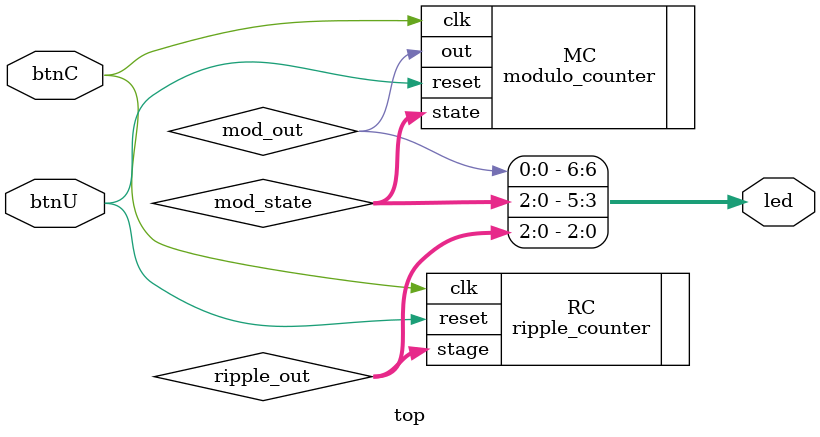
<source format=v>
module top(
    input btnC, // manual clock
    input btnU, // reset
    output [6:0] led
);
    // Ripple counter signals
    wire [2:0] ripple_out;

    // Modulo counter signals
    wire [2:0] mod_state;
    wire mod_out;

    // Instantiate Ripple Counter (divide by 8)
    ripple_counter RC (
        .clk(btnC),
        .reset(btnU),
        .stage(ripple_out)
    );

    // Instantiate Modulo Counter (divide by 12)
    modulo_counter MC (
        .clk(btnC),
        .reset(btnU),
        .state(mod_state),
        .out(mod_out)
    );

    // LED mapping
    assign led[0] = ripple_out[0];
    assign led[1] = ripple_out[1];
    assign led[2] = ripple_out[2];
    assign led[3] = mod_state[0];
    assign led[4] = mod_state[1];
    assign led[5] = mod_state[2];
    assign led[6] = mod_out;

endmodule

</source>
